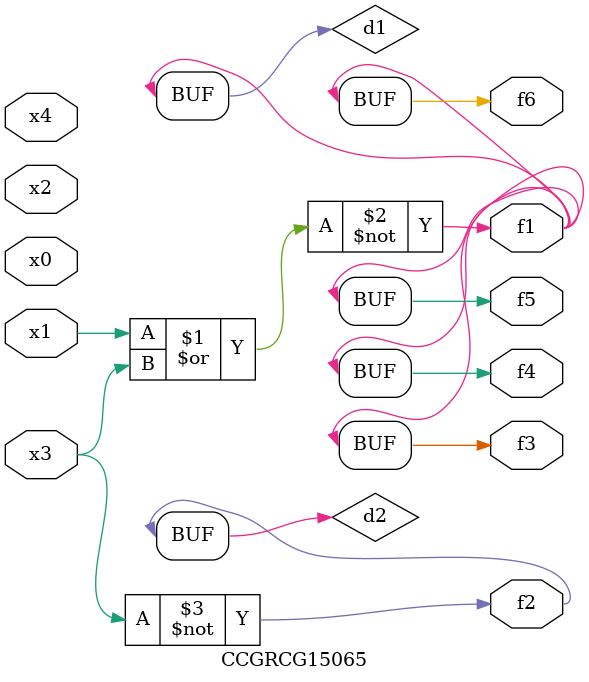
<source format=v>
module CCGRCG15065(
	input x0, x1, x2, x3, x4,
	output f1, f2, f3, f4, f5, f6
);

	wire d1, d2;

	nor (d1, x1, x3);
	not (d2, x3);
	assign f1 = d1;
	assign f2 = d2;
	assign f3 = d1;
	assign f4 = d1;
	assign f5 = d1;
	assign f6 = d1;
endmodule

</source>
